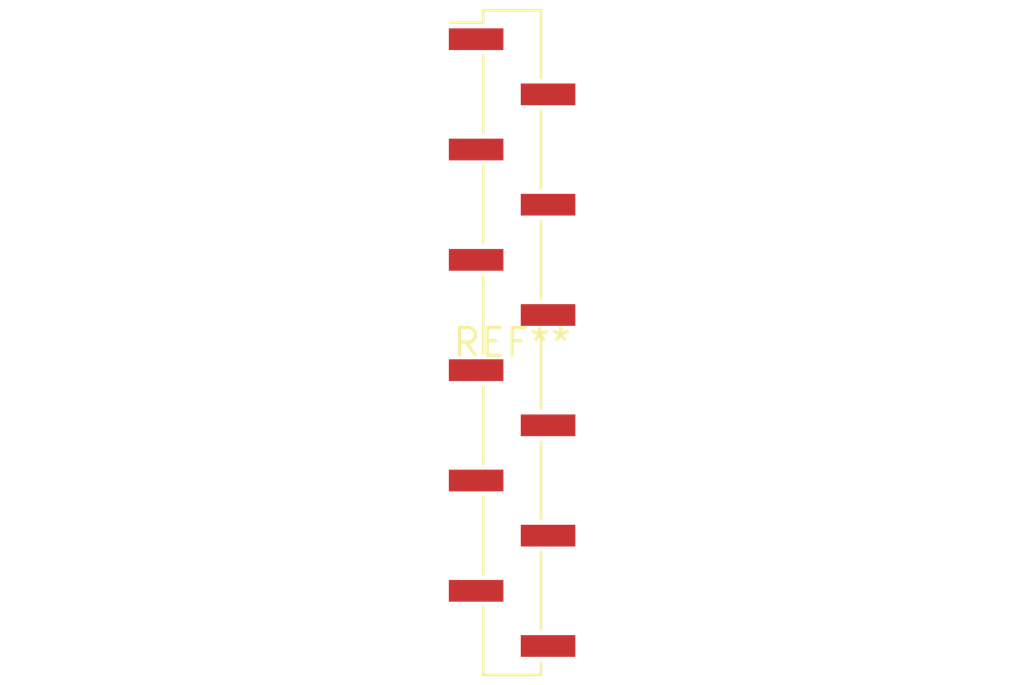
<source format=kicad_pcb>
(kicad_pcb (version 20240108) (generator pcbnew)
  (layers (0 "F.Cu" signal) (31 "B.Cu" signal) (34 "B.Paste" user) (35 "F.Paste" user) (36 "B.SilkS" user "B.Silkscreen") (37 "F.SilkS" user "F.Silkscreen") (38 "B.Mask" user) (39 "F.Mask" user) (44 "Edge.Cuts" user))
  (net 0 "")
  (footprint "PinHeader_1x12_P2.54mm_Vertical_SMD_Pin1Left" (layer "F.Cu") (at 0 0)
    (property "Reference" "REF**")
    (property "Value" "PinHeader_1x12_P2.54mm_Vertical_SMD_Pin1Left")
    (fp_line (start -1.33 -15.3) (end -1.33 -14.73) (layer "F.SilkS") (stroke (width 0.12)))
    (fp_line (start -1.33 -15.3) (end 1.33 -15.3) (layer "F.SilkS") (stroke (width 0.12)))
    (fp_line (start -1.33 -14.73) (end -2.85 -14.73) (layer "F.SilkS") (stroke (width 0.12)))
    (fp_line (start -1.33 -13.21) (end -1.33 -9.65) (layer "F.SilkS") (stroke (width 0.12)))
    (fp_line (start -1.33 -8.13) (end -1.33 -4.57) (layer "F.SilkS") (stroke (width 0.12)))
    (fp_line (start -1.33 -3.05) (end -1.33 0.51) (layer "F.SilkS") (stroke (width 0.12)))
    (fp_line (start -1.33 2.03) (end -1.33 5.59) (layer "F.SilkS") (stroke (width 0.12)))
    (fp_line (start -1.33 7.11) (end -1.33 10.67) (layer "F.SilkS") (stroke (width 0.12)))
    (fp_line (start -1.33 12.19) (end -1.33 15.3) (layer "F.SilkS") (stroke (width 0.12)))
    (fp_line (start -1.33 15.3) (end 1.33 15.3) (layer "F.SilkS") (stroke (width 0.12)))
    (fp_line (start 1.33 -15.3) (end 1.33 -12.19) (layer "F.SilkS") (stroke (width 0.12)))
    (fp_line (start 1.33 -10.67) (end 1.33 -7.11) (layer "F.SilkS") (stroke (width 0.12)))
    (fp_line (start 1.33 -5.59) (end 1.33 -2.03) (layer "F.SilkS") (stroke (width 0.12)))
    (fp_line (start 1.33 -0.51) (end 1.33 3.05) (layer "F.SilkS") (stroke (width 0.12)))
    (fp_line (start 1.33 4.57) (end 1.33 8.13) (layer "F.SilkS") (stroke (width 0.12)))
    (fp_line (start 1.33 9.65) (end 1.33 13.21) (layer "F.SilkS") (stroke (width 0.12)))
    (fp_line (start 1.33 14.73) (end 1.33 15.3) (layer "F.SilkS") (stroke (width 0.12)))
    (pad "1" smd rect (at -1.655 -13.97) (size 2.51 1) (layers "F.Cu" "F.Paste" "F.Mask"))
    (pad "2" smd rect (at 1.655 -11.43) (size 2.51 1) (layers "F.Cu" "F.Paste" "F.Mask"))
    (pad "3" smd rect (at -1.655 -8.89) (size 2.51 1) (layers "F.Cu" "F.Paste" "F.Mask"))
    (pad "4" smd rect (at 1.655 -6.35) (size 2.51 1) (layers "F.Cu" "F.Paste" "F.Mask"))
    (pad "5" smd rect (at -1.655 -3.81) (size 2.51 1) (layers "F.Cu" "F.Paste" "F.Mask"))
    (pad "6" smd rect (at 1.655 -1.27) (size 2.51 1) (layers "F.Cu" "F.Paste" "F.Mask"))
    (pad "7" smd rect (at -1.655 1.27) (size 2.51 1) (layers "F.Cu" "F.Paste" "F.Mask"))
    (pad "8" smd rect (at 1.655 3.81) (size 2.51 1) (layers "F.Cu" "F.Paste" "F.Mask"))
    (pad "9" smd rect (at -1.655 6.35) (size 2.51 1) (layers "F.Cu" "F.Paste" "F.Mask"))
    (pad "10" smd rect (at 1.655 8.89) (size 2.51 1) (layers "F.Cu" "F.Paste" "F.Mask"))
    (pad "11" smd rect (at -1.655 11.43) (size 2.51 1) (layers "F.Cu" "F.Paste" "F.Mask"))
    (pad "12" smd rect (at 1.655 13.97) (size 2.51 1) (layers "F.Cu" "F.Paste" "F.Mask"))
  )
)
</source>
